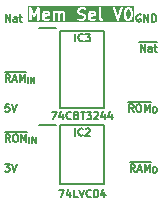
<source format=gto>
%TF.GenerationSoftware,KiCad,Pcbnew,9.0.2*%
%TF.CreationDate,2025-06-17T11:02:49+02:00*%
%TF.ProjectId,HCP65 Native Memory Select,48435036-3520-44e6-9174-697665204d65,V0*%
%TF.SameCoordinates,Original*%
%TF.FileFunction,Legend,Top*%
%TF.FilePolarity,Positive*%
%FSLAX46Y46*%
G04 Gerber Fmt 4.6, Leading zero omitted, Abs format (unit mm)*
G04 Created by KiCad (PCBNEW 9.0.2) date 2025-06-17 11:02:49*
%MOMM*%
%LPD*%
G01*
G04 APERTURE LIST*
%ADD10C,0.150000*%
%ADD11C,0.200000*%
G04 APERTURE END LIST*
D10*
X1568255Y-7270963D02*
X1265874Y-7270963D01*
X1265874Y-7270963D02*
X1235636Y-7573344D01*
X1235636Y-7573344D02*
X1265874Y-7543105D01*
X1265874Y-7543105D02*
X1326350Y-7512867D01*
X1326350Y-7512867D02*
X1477541Y-7512867D01*
X1477541Y-7512867D02*
X1538017Y-7543105D01*
X1538017Y-7543105D02*
X1568255Y-7573344D01*
X1568255Y-7573344D02*
X1598493Y-7633820D01*
X1598493Y-7633820D02*
X1598493Y-7785010D01*
X1598493Y-7785010D02*
X1568255Y-7845486D01*
X1568255Y-7845486D02*
X1538017Y-7875725D01*
X1538017Y-7875725D02*
X1477541Y-7905963D01*
X1477541Y-7905963D02*
X1326350Y-7905963D01*
X1326350Y-7905963D02*
X1265874Y-7875725D01*
X1265874Y-7875725D02*
X1235636Y-7845486D01*
X1779922Y-7270963D02*
X1991588Y-7905963D01*
X1991588Y-7905963D02*
X2203255Y-7270963D01*
X1205398Y-12350963D02*
X1598493Y-12350963D01*
X1598493Y-12350963D02*
X1386826Y-12592867D01*
X1386826Y-12592867D02*
X1477541Y-12592867D01*
X1477541Y-12592867D02*
X1538017Y-12623105D01*
X1538017Y-12623105D02*
X1568255Y-12653344D01*
X1568255Y-12653344D02*
X1598493Y-12713820D01*
X1598493Y-12713820D02*
X1598493Y-12865010D01*
X1598493Y-12865010D02*
X1568255Y-12925486D01*
X1568255Y-12925486D02*
X1538017Y-12955725D01*
X1538017Y-12955725D02*
X1477541Y-12985963D01*
X1477541Y-12985963D02*
X1296112Y-12985963D01*
X1296112Y-12985963D02*
X1235636Y-12955725D01*
X1235636Y-12955725D02*
X1205398Y-12925486D01*
X1779922Y-12350963D02*
X1991588Y-12985963D01*
X1991588Y-12985963D02*
X2203255Y-12350963D01*
X1628731Y-10445963D02*
X1417064Y-10143582D01*
X1265874Y-10445963D02*
X1265874Y-9810963D01*
X1265874Y-9810963D02*
X1507779Y-9810963D01*
X1507779Y-9810963D02*
X1568255Y-9841201D01*
X1568255Y-9841201D02*
X1598493Y-9871439D01*
X1598493Y-9871439D02*
X1628731Y-9931915D01*
X1628731Y-9931915D02*
X1628731Y-10022629D01*
X1628731Y-10022629D02*
X1598493Y-10083105D01*
X1598493Y-10083105D02*
X1568255Y-10113344D01*
X1568255Y-10113344D02*
X1507779Y-10143582D01*
X1507779Y-10143582D02*
X1265874Y-10143582D01*
X2021826Y-9810963D02*
X2142779Y-9810963D01*
X2142779Y-9810963D02*
X2203255Y-9841201D01*
X2203255Y-9841201D02*
X2263731Y-9901677D01*
X2263731Y-9901677D02*
X2293969Y-10022629D01*
X2293969Y-10022629D02*
X2293969Y-10234296D01*
X2293969Y-10234296D02*
X2263731Y-10355248D01*
X2263731Y-10355248D02*
X2203255Y-10415725D01*
X2203255Y-10415725D02*
X2142779Y-10445963D01*
X2142779Y-10445963D02*
X2021826Y-10445963D01*
X2021826Y-10445963D02*
X1961350Y-10415725D01*
X1961350Y-10415725D02*
X1900874Y-10355248D01*
X1900874Y-10355248D02*
X1870636Y-10234296D01*
X1870636Y-10234296D02*
X1870636Y-10022629D01*
X1870636Y-10022629D02*
X1900874Y-9901677D01*
X1900874Y-9901677D02*
X1961350Y-9841201D01*
X1961350Y-9841201D02*
X2021826Y-9810963D01*
X2566112Y-10445963D02*
X2566112Y-9810963D01*
X2566112Y-9810963D02*
X2777779Y-10264534D01*
X2777779Y-10264534D02*
X2989445Y-9810963D01*
X2989445Y-9810963D02*
X2989445Y-10445963D01*
X1178184Y-9634675D02*
X3077136Y-9634675D01*
X3261588Y-10516115D02*
X3261588Y-10008115D01*
X3503493Y-10516115D02*
X3503493Y-10008115D01*
X3503493Y-10008115D02*
X3793779Y-10516115D01*
X3793779Y-10516115D02*
X3793779Y-10008115D01*
X1265874Y-285963D02*
X1265874Y349036D01*
X1265874Y349036D02*
X1628731Y-285963D01*
X1628731Y-285963D02*
X1628731Y349036D01*
X2203255Y-285963D02*
X2203255Y46655D01*
X2203255Y46655D02*
X2173017Y107132D01*
X2173017Y107132D02*
X2112541Y137370D01*
X2112541Y137370D02*
X1991588Y137370D01*
X1991588Y137370D02*
X1931112Y107132D01*
X2203255Y-255725D02*
X2142779Y-285963D01*
X2142779Y-285963D02*
X1991588Y-285963D01*
X1991588Y-285963D02*
X1931112Y-255725D01*
X1931112Y-255725D02*
X1900874Y-195248D01*
X1900874Y-195248D02*
X1900874Y-134772D01*
X1900874Y-134772D02*
X1931112Y-74296D01*
X1931112Y-74296D02*
X1991588Y-44058D01*
X1991588Y-44058D02*
X2142779Y-44058D01*
X2142779Y-44058D02*
X2203255Y-13820D01*
X2414922Y137370D02*
X2656826Y137370D01*
X2505636Y349036D02*
X2505636Y-195248D01*
X2505636Y-195248D02*
X2535874Y-255725D01*
X2535874Y-255725D02*
X2596350Y-285963D01*
X2596350Y-285963D02*
X2656826Y-285963D01*
X12673887Y-2825963D02*
X12673887Y-2190963D01*
X12673887Y-2190963D02*
X13036744Y-2825963D01*
X13036744Y-2825963D02*
X13036744Y-2190963D01*
X13611268Y-2825963D02*
X13611268Y-2493344D01*
X13611268Y-2493344D02*
X13581030Y-2432867D01*
X13581030Y-2432867D02*
X13520554Y-2402629D01*
X13520554Y-2402629D02*
X13399601Y-2402629D01*
X13399601Y-2402629D02*
X13339125Y-2432867D01*
X13611268Y-2795725D02*
X13550792Y-2825963D01*
X13550792Y-2825963D02*
X13399601Y-2825963D01*
X13399601Y-2825963D02*
X13339125Y-2795725D01*
X13339125Y-2795725D02*
X13308887Y-2735248D01*
X13308887Y-2735248D02*
X13308887Y-2674772D01*
X13308887Y-2674772D02*
X13339125Y-2614296D01*
X13339125Y-2614296D02*
X13399601Y-2584058D01*
X13399601Y-2584058D02*
X13550792Y-2584058D01*
X13550792Y-2584058D02*
X13611268Y-2553820D01*
X13822935Y-2402629D02*
X14064839Y-2402629D01*
X13913649Y-2190963D02*
X13913649Y-2735248D01*
X13913649Y-2735248D02*
X13943887Y-2795725D01*
X13943887Y-2795725D02*
X14004363Y-2825963D01*
X14004363Y-2825963D02*
X14064839Y-2825963D01*
X12586197Y-2014675D02*
X14061816Y-2014675D01*
X12202173Y-12985963D02*
X11990506Y-12683582D01*
X11839316Y-12985963D02*
X11839316Y-12350963D01*
X11839316Y-12350963D02*
X12081221Y-12350963D01*
X12081221Y-12350963D02*
X12141697Y-12381201D01*
X12141697Y-12381201D02*
X12171935Y-12411439D01*
X12171935Y-12411439D02*
X12202173Y-12471915D01*
X12202173Y-12471915D02*
X12202173Y-12562629D01*
X12202173Y-12562629D02*
X12171935Y-12623105D01*
X12171935Y-12623105D02*
X12141697Y-12653344D01*
X12141697Y-12653344D02*
X12081221Y-12683582D01*
X12081221Y-12683582D02*
X11839316Y-12683582D01*
X12444078Y-12804534D02*
X12746459Y-12804534D01*
X12383602Y-12985963D02*
X12595268Y-12350963D01*
X12595268Y-12350963D02*
X12806935Y-12985963D01*
X13018602Y-12985963D02*
X13018602Y-12350963D01*
X13018602Y-12350963D02*
X13230269Y-12804534D01*
X13230269Y-12804534D02*
X13441935Y-12350963D01*
X13441935Y-12350963D02*
X13441935Y-12985963D01*
X11751626Y-12174675D02*
X13529626Y-12174675D01*
X13810840Y-12548115D02*
X13907602Y-12548115D01*
X13907602Y-12548115D02*
X13955983Y-12572305D01*
X13955983Y-12572305D02*
X14004364Y-12620686D01*
X14004364Y-12620686D02*
X14028554Y-12717448D01*
X14028554Y-12717448D02*
X14028554Y-12886782D01*
X14028554Y-12886782D02*
X14004364Y-12983544D01*
X14004364Y-12983544D02*
X13955983Y-13031925D01*
X13955983Y-13031925D02*
X13907602Y-13056115D01*
X13907602Y-13056115D02*
X13810840Y-13056115D01*
X13810840Y-13056115D02*
X13762459Y-13031925D01*
X13762459Y-13031925D02*
X13714078Y-12983544D01*
X13714078Y-12983544D02*
X13689887Y-12886782D01*
X13689887Y-12886782D02*
X13689887Y-12717448D01*
X13689887Y-12717448D02*
X13714078Y-12620686D01*
X13714078Y-12620686D02*
X13762459Y-12572305D01*
X13762459Y-12572305D02*
X13810840Y-12548115D01*
D11*
G36*
X4807368Y423291D02*
G01*
X4824818Y388391D01*
X4553333Y334094D01*
X4553333Y378982D01*
X4575488Y423292D01*
X4619797Y445447D01*
X4763059Y445447D01*
X4807368Y423291D01*
G37*
G36*
X8712130Y423291D02*
G01*
X8729580Y388391D01*
X8458095Y334094D01*
X8458095Y378982D01*
X8480250Y423292D01*
X8524559Y445447D01*
X8667821Y445447D01*
X8712130Y423291D01*
G37*
G36*
X11727431Y748974D02*
G01*
X11752100Y724306D01*
X11787553Y653399D01*
X11829524Y485518D01*
X11829524Y272042D01*
X11787553Y104161D01*
X11752099Y33255D01*
X11727431Y8586D01*
X11667822Y-21219D01*
X11619798Y-21219D01*
X11560188Y8585D01*
X11535519Y33255D01*
X11500066Y104162D01*
X11458096Y272043D01*
X11458096Y485518D01*
X11500066Y653399D01*
X11535520Y724306D01*
X11560188Y748975D01*
X11619798Y778780D01*
X11667822Y778780D01*
X11727431Y748974D01*
G37*
G36*
X12140635Y-332330D02*
G01*
X3146984Y-332330D01*
X3146984Y878780D01*
X3258095Y878780D01*
X3258095Y-121219D01*
X3260016Y-140728D01*
X3274948Y-176776D01*
X3302538Y-204366D01*
X3338586Y-219298D01*
X3377604Y-219298D01*
X3413652Y-204366D01*
X3441242Y-176776D01*
X3456174Y-140728D01*
X3458095Y-121219D01*
X3458095Y428023D01*
X3600810Y122206D01*
X3605042Y115060D01*
X3605922Y112643D01*
X3607487Y110933D01*
X3610801Y105340D01*
X3622011Y95073D01*
X3632273Y83868D01*
X3636298Y81989D01*
X3639576Y78988D01*
X3653858Y73794D01*
X3667631Y67367D01*
X3672070Y67171D01*
X3676245Y65654D01*
X3691428Y66321D01*
X3706611Y65654D01*
X3710784Y67171D01*
X3715226Y67367D01*
X3729010Y73799D01*
X3743280Y78989D01*
X3746553Y81986D01*
X3750583Y83867D01*
X3760852Y95081D01*
X3772055Y105340D01*
X3775366Y110930D01*
X3776935Y112643D01*
X3777815Y115064D01*
X3782046Y122206D01*
X3924761Y428024D01*
X3924761Y-121219D01*
X3926682Y-140728D01*
X3941614Y-176776D01*
X3969204Y-204366D01*
X4005252Y-219298D01*
X4044270Y-219298D01*
X4080318Y-204366D01*
X4107908Y-176776D01*
X4122840Y-140728D01*
X4124761Y-121219D01*
X4124761Y402590D01*
X4353333Y402590D01*
X4353333Y21638D01*
X4355254Y2129D01*
X4356629Y-1191D01*
X4356884Y-4775D01*
X4363890Y-23083D01*
X4411509Y-118321D01*
X4413562Y-121584D01*
X4414076Y-123123D01*
X4415738Y-125039D01*
X4421952Y-134911D01*
X4431422Y-143124D01*
X4439640Y-152600D01*
X4449513Y-158814D01*
X4451429Y-160476D01*
X4452967Y-160988D01*
X4456231Y-163043D01*
X4551468Y-210662D01*
X4569777Y-217668D01*
X4573360Y-217922D01*
X4576681Y-219298D01*
X4596190Y-221219D01*
X4786666Y-221219D01*
X4806175Y-219298D01*
X4809495Y-217922D01*
X4813079Y-217668D01*
X4831387Y-210662D01*
X4926625Y-163043D01*
X4943215Y-152600D01*
X4968780Y-123123D01*
X4981118Y-86107D01*
X4978353Y-47187D01*
X4960904Y-12289D01*
X4931427Y13276D01*
X4894411Y25615D01*
X4855491Y22849D01*
X4837182Y15843D01*
X4763059Y-21219D01*
X4619797Y-21219D01*
X4575488Y935D01*
X4553333Y45245D01*
X4553333Y130133D01*
X4949029Y209273D01*
X4949032Y209273D01*
X4949034Y209274D01*
X4949134Y209294D01*
X4967888Y215004D01*
X4976028Y220455D01*
X4985080Y224205D01*
X4992081Y231206D01*
X5000307Y236715D01*
X5005741Y244866D01*
X5012670Y251795D01*
X5016459Y260942D01*
X5021951Y269180D01*
X5023852Y278790D01*
X5027602Y287843D01*
X5029523Y307352D01*
X5029523Y402590D01*
X5027602Y422099D01*
X5026226Y425419D01*
X5025972Y429003D01*
X5018966Y447312D01*
X4971347Y542549D01*
X4969522Y545447D01*
X5258095Y545447D01*
X5258095Y-121219D01*
X5260016Y-140728D01*
X5274948Y-176776D01*
X5302538Y-204366D01*
X5338586Y-219298D01*
X5377604Y-219298D01*
X5413652Y-204366D01*
X5441242Y-176776D01*
X5456174Y-140728D01*
X5458095Y-121219D01*
X5458095Y408787D01*
X5464949Y415642D01*
X5524559Y445447D01*
X5620202Y445447D01*
X5664511Y423291D01*
X5686666Y378983D01*
X5686666Y-121219D01*
X5688587Y-140728D01*
X5703519Y-176776D01*
X5731109Y-204366D01*
X5767157Y-219298D01*
X5806175Y-219298D01*
X5842223Y-204366D01*
X5869813Y-176776D01*
X5884745Y-140728D01*
X5886666Y-121219D01*
X5886666Y378982D01*
X5908821Y423292D01*
X5953130Y445447D01*
X6048773Y445447D01*
X6093083Y423292D01*
X6115238Y378983D01*
X6115238Y-121219D01*
X6117159Y-140728D01*
X6132091Y-176776D01*
X6159681Y-204366D01*
X6195729Y-219298D01*
X6234747Y-219298D01*
X6270795Y-204366D01*
X6298385Y-176776D01*
X6313317Y-140728D01*
X6315238Y-121219D01*
X6315238Y402590D01*
X6313317Y422099D01*
X6311941Y425419D01*
X6311687Y429003D01*
X6304681Y447312D01*
X6257062Y542549D01*
X6255008Y545811D01*
X6254495Y547352D01*
X6252831Y549269D01*
X6246619Y559140D01*
X6237144Y567356D01*
X6228930Y576828D01*
X6219058Y583041D01*
X6217142Y584704D01*
X6215603Y585217D01*
X6212340Y587271D01*
X6117101Y634890D01*
X6098792Y641896D01*
X6095209Y642150D01*
X6091889Y643526D01*
X6072380Y645447D01*
X5929523Y645447D01*
X5910014Y643526D01*
X5906693Y642150D01*
X5903110Y641896D01*
X5884801Y634890D01*
X5789564Y587271D01*
X5786665Y585446D01*
X5783768Y587271D01*
X5688530Y634890D01*
X5670222Y641896D01*
X5666638Y642150D01*
X5663318Y643526D01*
X5643809Y645447D01*
X5500952Y645447D01*
X5481443Y643526D01*
X5478122Y642150D01*
X5474539Y641896D01*
X5456230Y634890D01*
X5423647Y618598D01*
X5413652Y628594D01*
X5377604Y643526D01*
X5338586Y643526D01*
X5302538Y628594D01*
X5274948Y601004D01*
X5260016Y564956D01*
X5258095Y545447D01*
X4969522Y545447D01*
X4969292Y545812D01*
X4968780Y547351D01*
X4967118Y549266D01*
X4960904Y559140D01*
X4951428Y567357D01*
X4943215Y576828D01*
X4933343Y583041D01*
X4931427Y584704D01*
X4929888Y585217D01*
X4926625Y587271D01*
X4831387Y634890D01*
X4813079Y641896D01*
X4809495Y642150D01*
X4806175Y643526D01*
X4786666Y645447D01*
X4596190Y645447D01*
X4576681Y643526D01*
X4573360Y642150D01*
X4569777Y641896D01*
X4551468Y634890D01*
X4456231Y587271D01*
X4452967Y585216D01*
X4451429Y584704D01*
X4449513Y583042D01*
X4439640Y576828D01*
X4431422Y567352D01*
X4421952Y559139D01*
X4415738Y549267D01*
X4414076Y547351D01*
X4413562Y545812D01*
X4411509Y542549D01*
X4363890Y447311D01*
X4356884Y429003D01*
X4356629Y425419D01*
X4355254Y422099D01*
X4353333Y402590D01*
X4124761Y402590D01*
X4124761Y688304D01*
X7305714Y688304D01*
X7305714Y593066D01*
X7307635Y573557D01*
X7309010Y570236D01*
X7309265Y566653D01*
X7316271Y548345D01*
X7363890Y453107D01*
X7369175Y444710D01*
X7370186Y442271D01*
X7372439Y439524D01*
X7374333Y436517D01*
X7376327Y434787D01*
X7382622Y427117D01*
X7430241Y379499D01*
X7437907Y373206D01*
X7439640Y371209D01*
X7442648Y369315D01*
X7445394Y367062D01*
X7447834Y366051D01*
X7456231Y360766D01*
X7551468Y313147D01*
X7552896Y312600D01*
X7553476Y312171D01*
X7561652Y309249D01*
X7569777Y306141D01*
X7570497Y306089D01*
X7571936Y305576D01*
X7751761Y260619D01*
X7822668Y225165D01*
X7847337Y200497D01*
X7877142Y140888D01*
X7877142Y92864D01*
X7847336Y33255D01*
X7822668Y8586D01*
X7763059Y-21219D01*
X7564797Y-21219D01*
X7437337Y21268D01*
X7418221Y25615D01*
X7379301Y22849D01*
X7344402Y5399D01*
X7318837Y-24077D01*
X7306499Y-61093D01*
X7309265Y-100013D01*
X7326715Y-134912D01*
X7356191Y-160477D01*
X7374091Y-168468D01*
X7516948Y-216087D01*
X7526620Y-218286D01*
X7529062Y-219298D01*
X7532599Y-219646D01*
X7536063Y-220434D01*
X7538697Y-220246D01*
X7548571Y-221219D01*
X7786666Y-221219D01*
X7806175Y-219298D01*
X7809495Y-217922D01*
X7813079Y-217668D01*
X7831387Y-210662D01*
X7926625Y-163043D01*
X7935020Y-157758D01*
X7937462Y-156747D01*
X7940209Y-154491D01*
X7943215Y-152600D01*
X7944945Y-150605D01*
X7952615Y-144310D01*
X8000234Y-96690D01*
X8006526Y-89023D01*
X8008523Y-87292D01*
X8010416Y-84283D01*
X8012671Y-81537D01*
X8013681Y-79096D01*
X8018966Y-70702D01*
X8066584Y24535D01*
X8073591Y42843D01*
X8073845Y46428D01*
X8075221Y49748D01*
X8077142Y69257D01*
X8077142Y164495D01*
X8075221Y184004D01*
X8073845Y187324D01*
X8073591Y190908D01*
X8066585Y209217D01*
X8018966Y304454D01*
X8013680Y312850D01*
X8012670Y315291D01*
X8010416Y318036D01*
X8008523Y321045D01*
X8006525Y322777D01*
X8000233Y330444D01*
X7952615Y378063D01*
X7944944Y384357D01*
X7943215Y386352D01*
X7940207Y388245D01*
X7937461Y390499D01*
X7935021Y391509D01*
X7926625Y396795D01*
X7915035Y402590D01*
X8258095Y402590D01*
X8258095Y21638D01*
X8260016Y2129D01*
X8261391Y-1191D01*
X8261646Y-4775D01*
X8268652Y-23083D01*
X8316271Y-118321D01*
X8318324Y-121584D01*
X8318838Y-123123D01*
X8320500Y-125039D01*
X8326714Y-134911D01*
X8336184Y-143124D01*
X8344402Y-152600D01*
X8354275Y-158814D01*
X8356191Y-160476D01*
X8357729Y-160988D01*
X8360993Y-163043D01*
X8456230Y-210662D01*
X8474539Y-217668D01*
X8478122Y-217922D01*
X8481443Y-219298D01*
X8500952Y-221219D01*
X8691428Y-221219D01*
X8710937Y-219298D01*
X8714257Y-217922D01*
X8717841Y-217668D01*
X8736149Y-210662D01*
X8831387Y-163043D01*
X8847977Y-152600D01*
X8873542Y-123123D01*
X8885880Y-86107D01*
X8883115Y-47187D01*
X8865666Y-12289D01*
X8836189Y13276D01*
X8799173Y25615D01*
X8760253Y22849D01*
X8741944Y15843D01*
X8667821Y-21219D01*
X8524559Y-21219D01*
X8480250Y935D01*
X8458095Y45245D01*
X8458095Y130133D01*
X8853791Y209273D01*
X8853794Y209273D01*
X8853796Y209274D01*
X8853896Y209294D01*
X8872650Y215004D01*
X8880790Y220455D01*
X8889842Y224205D01*
X8896843Y231206D01*
X8905069Y236715D01*
X8910503Y244866D01*
X8917432Y251795D01*
X8921221Y260942D01*
X8926713Y269180D01*
X8928614Y278790D01*
X8932364Y287843D01*
X8934285Y307352D01*
X8934285Y402590D01*
X8932364Y422099D01*
X8930988Y425419D01*
X8930734Y429003D01*
X8923728Y447312D01*
X8876109Y542549D01*
X8874054Y545812D01*
X8873542Y547351D01*
X8871880Y549266D01*
X8865666Y559140D01*
X8856190Y567357D01*
X8847977Y576828D01*
X8838105Y583041D01*
X8836189Y584704D01*
X8834650Y585217D01*
X8831387Y587271D01*
X8736149Y634890D01*
X8717841Y641896D01*
X8714257Y642150D01*
X8710937Y643526D01*
X8691428Y645447D01*
X8500952Y645447D01*
X8481443Y643526D01*
X8478122Y642150D01*
X8474539Y641896D01*
X8456230Y634890D01*
X8360993Y587271D01*
X8357729Y585216D01*
X8356191Y584704D01*
X8354275Y583042D01*
X8344402Y576828D01*
X8336184Y567352D01*
X8326714Y559139D01*
X8320500Y549267D01*
X8318838Y547351D01*
X8318324Y545812D01*
X8316271Y542549D01*
X8268652Y447311D01*
X8261646Y429003D01*
X8261391Y425419D01*
X8260016Y422099D01*
X8258095Y402590D01*
X7915035Y402590D01*
X7831387Y444414D01*
X7829960Y444959D01*
X7829380Y445390D01*
X7821203Y448311D01*
X7813079Y451420D01*
X7812356Y451471D01*
X7810919Y451985D01*
X7631094Y496941D01*
X7560187Y532394D01*
X7535519Y557063D01*
X7505714Y616673D01*
X7505714Y664696D01*
X7535519Y724306D01*
X7560187Y748975D01*
X7619797Y778780D01*
X7818058Y778780D01*
X7945519Y736293D01*
X7964634Y731946D01*
X8003554Y734712D01*
X8038453Y752162D01*
X8064018Y781638D01*
X8076357Y818654D01*
X8073590Y857574D01*
X8062987Y878780D01*
X9162857Y878780D01*
X9162857Y21638D01*
X9164778Y2129D01*
X9166153Y-1191D01*
X9166408Y-4775D01*
X9173414Y-23083D01*
X9221033Y-118321D01*
X9223086Y-121584D01*
X9223600Y-123123D01*
X9225262Y-125039D01*
X9231476Y-134911D01*
X9240946Y-143124D01*
X9249164Y-152600D01*
X9259037Y-158814D01*
X9260953Y-160476D01*
X9262491Y-160988D01*
X9265755Y-163043D01*
X9360992Y-210662D01*
X9379301Y-217668D01*
X9418221Y-220434D01*
X9455237Y-208095D01*
X9484714Y-182530D01*
X9502163Y-147632D01*
X9504928Y-108712D01*
X9492590Y-71696D01*
X9467025Y-42219D01*
X9450435Y-31776D01*
X9385012Y935D01*
X9362857Y45245D01*
X9362857Y866273D01*
X10306500Y866273D01*
X10310847Y847157D01*
X10644180Y-152841D01*
X10652171Y-170742D01*
X10656854Y-176141D01*
X10660049Y-182531D01*
X10669520Y-190746D01*
X10677736Y-200218D01*
X10684124Y-203412D01*
X10689525Y-208096D01*
X10701426Y-212063D01*
X10712635Y-217667D01*
X10719759Y-218173D01*
X10726541Y-220434D01*
X10739050Y-219544D01*
X10751555Y-220434D01*
X10758333Y-218174D01*
X10765461Y-217668D01*
X10776677Y-212059D01*
X10788571Y-208095D01*
X10793968Y-203414D01*
X10800360Y-200218D01*
X10808578Y-190742D01*
X10818047Y-182530D01*
X10821240Y-176143D01*
X10825925Y-170742D01*
X10833916Y-152842D01*
X11050806Y497828D01*
X11258096Y497828D01*
X11258096Y259733D01*
X11258431Y256330D01*
X11258214Y254872D01*
X11259293Y247574D01*
X11260017Y240224D01*
X11260581Y238860D01*
X11261082Y235479D01*
X11308701Y45004D01*
X11309214Y43566D01*
X11309266Y42844D01*
X11312377Y34713D01*
X11315296Y26543D01*
X11315725Y25963D01*
X11316272Y24535D01*
X11363891Y-70701D01*
X11369174Y-79095D01*
X11370186Y-81537D01*
X11372440Y-84284D01*
X11374334Y-87292D01*
X11376330Y-89023D01*
X11382623Y-96690D01*
X11430241Y-144310D01*
X11437909Y-150603D01*
X11439641Y-152600D01*
X11442649Y-154493D01*
X11445395Y-156747D01*
X11447835Y-157757D01*
X11456232Y-163043D01*
X11551469Y-210662D01*
X11569778Y-217668D01*
X11573361Y-217922D01*
X11576682Y-219298D01*
X11596191Y-221219D01*
X11691429Y-221219D01*
X11710938Y-219298D01*
X11714258Y-217922D01*
X11717842Y-217668D01*
X11736150Y-210662D01*
X11831388Y-163043D01*
X11839783Y-157758D01*
X11842225Y-156747D01*
X11844972Y-154491D01*
X11847978Y-152600D01*
X11849708Y-150605D01*
X11857378Y-144310D01*
X11904997Y-96690D01*
X11911289Y-89023D01*
X11913286Y-87292D01*
X11915179Y-84283D01*
X11917434Y-81537D01*
X11918444Y-79096D01*
X11923729Y-70702D01*
X11971347Y24535D01*
X11971892Y25961D01*
X11972324Y26543D01*
X11975248Y34728D01*
X11978354Y42843D01*
X11978405Y43565D01*
X11978919Y45003D01*
X12026538Y235479D01*
X12027038Y238860D01*
X12027603Y240224D01*
X12028326Y247574D01*
X12029406Y254872D01*
X12029188Y256330D01*
X12029524Y259733D01*
X12029524Y497828D01*
X12029188Y501230D01*
X12029406Y502689D01*
X12028326Y509986D01*
X12027603Y517337D01*
X12027038Y518700D01*
X12026538Y522082D01*
X11978919Y712558D01*
X11978405Y713996D01*
X11978354Y714717D01*
X11975245Y722841D01*
X11972324Y731018D01*
X11971894Y731597D01*
X11971348Y733026D01*
X11923729Y828263D01*
X11918443Y836659D01*
X11917433Y839100D01*
X11915179Y841845D01*
X11913286Y844854D01*
X11911288Y846586D01*
X11904996Y854253D01*
X11857378Y901872D01*
X11849707Y908166D01*
X11847978Y910161D01*
X11844970Y912054D01*
X11842224Y914308D01*
X11839784Y915318D01*
X11831388Y920604D01*
X11736150Y968223D01*
X11717842Y975229D01*
X11714258Y975483D01*
X11710938Y976859D01*
X11691429Y978780D01*
X11596191Y978780D01*
X11576682Y976859D01*
X11573361Y975483D01*
X11569778Y975229D01*
X11551469Y968223D01*
X11456232Y920604D01*
X11447835Y915318D01*
X11445395Y914308D01*
X11442649Y912054D01*
X11439641Y910161D01*
X11437908Y908163D01*
X11430242Y901871D01*
X11382623Y854253D01*
X11376328Y846582D01*
X11374334Y844853D01*
X11372440Y841845D01*
X11370187Y839099D01*
X11369176Y836659D01*
X11363891Y828263D01*
X11316272Y733025D01*
X11315726Y731598D01*
X11315296Y731018D01*
X11312374Y722841D01*
X11309266Y714717D01*
X11309214Y713994D01*
X11308701Y712557D01*
X11261082Y522082D01*
X11260581Y518700D01*
X11260017Y517337D01*
X11259293Y509986D01*
X11258214Y502689D01*
X11258431Y501230D01*
X11258096Y497828D01*
X11050806Y497828D01*
X11167249Y847157D01*
X11171596Y866272D01*
X11168830Y905192D01*
X11151380Y940091D01*
X11121904Y965656D01*
X11084888Y977995D01*
X11045968Y975228D01*
X11011069Y957779D01*
X10985504Y928303D01*
X10977513Y910402D01*
X10739048Y195007D01*
X10500583Y910403D01*
X10492592Y928303D01*
X10467027Y957779D01*
X10432128Y975229D01*
X10393208Y977995D01*
X10356192Y965657D01*
X10326716Y940092D01*
X10309266Y905193D01*
X10306500Y866273D01*
X9362857Y866273D01*
X9362857Y878780D01*
X9360936Y898289D01*
X9346004Y934337D01*
X9318414Y961927D01*
X9282366Y976859D01*
X9243348Y976859D01*
X9207300Y961927D01*
X9179710Y934337D01*
X9164778Y898289D01*
X9162857Y878780D01*
X8062987Y878780D01*
X8056141Y892473D01*
X8026665Y918038D01*
X8008764Y926029D01*
X7865908Y973648D01*
X7856236Y975847D01*
X7853794Y976859D01*
X7850255Y977207D01*
X7846792Y977995D01*
X7844158Y977807D01*
X7834285Y978780D01*
X7596190Y978780D01*
X7576681Y976859D01*
X7573360Y975483D01*
X7569777Y975229D01*
X7551468Y968223D01*
X7456231Y920604D01*
X7447834Y915318D01*
X7445394Y914308D01*
X7442648Y912054D01*
X7439640Y910161D01*
X7437907Y908163D01*
X7430241Y901871D01*
X7382622Y854253D01*
X7376327Y846582D01*
X7374333Y844853D01*
X7372439Y841845D01*
X7370186Y839099D01*
X7369175Y836659D01*
X7363890Y828263D01*
X7316271Y733025D01*
X7309265Y714717D01*
X7309010Y711133D01*
X7307635Y707813D01*
X7305714Y688304D01*
X4124761Y688304D01*
X4124761Y878780D01*
X4123498Y891603D01*
X4123602Y893963D01*
X4123141Y895230D01*
X4122840Y898289D01*
X4116199Y914319D01*
X4110268Y930632D01*
X4108761Y932277D01*
X4107908Y934337D01*
X4095646Y946598D01*
X4083916Y959408D01*
X4081892Y960352D01*
X4080318Y961927D01*
X4064302Y968561D01*
X4048559Y975908D01*
X4046329Y976005D01*
X4044270Y976859D01*
X4026918Y976859D01*
X4009578Y977621D01*
X4007482Y976859D01*
X4005252Y976859D01*
X3989221Y970218D01*
X3972909Y964287D01*
X3971263Y962780D01*
X3969204Y961927D01*
X3956936Y949659D01*
X3944134Y937935D01*
X3942567Y935290D01*
X3941614Y934337D01*
X3940710Y932155D01*
X3934143Y921069D01*
X3691427Y400965D01*
X3448713Y921069D01*
X3442145Y932155D01*
X3441242Y934337D01*
X3440288Y935290D01*
X3438722Y937935D01*
X3425925Y949653D01*
X3413652Y961927D01*
X3411590Y962780D01*
X3409947Y964286D01*
X3393645Y970214D01*
X3377604Y976859D01*
X3375373Y976859D01*
X3373278Y977621D01*
X3355938Y976859D01*
X3338586Y976859D01*
X3336526Y976005D01*
X3334298Y975908D01*
X3318567Y968566D01*
X3302538Y961927D01*
X3300961Y960350D01*
X3298940Y959407D01*
X3287221Y946610D01*
X3274948Y934337D01*
X3274094Y932275D01*
X3272589Y930632D01*
X3266660Y914330D01*
X3260016Y898289D01*
X3259714Y895230D01*
X3259254Y893963D01*
X3259357Y891603D01*
X3258095Y878780D01*
X3146984Y878780D01*
X3146984Y1089891D01*
X12140635Y1089891D01*
X12140635Y-332330D01*
G37*
D10*
X1628731Y-5365963D02*
X1417064Y-5063582D01*
X1265874Y-5365963D02*
X1265874Y-4730963D01*
X1265874Y-4730963D02*
X1507779Y-4730963D01*
X1507779Y-4730963D02*
X1568255Y-4761201D01*
X1568255Y-4761201D02*
X1598493Y-4791439D01*
X1598493Y-4791439D02*
X1628731Y-4851915D01*
X1628731Y-4851915D02*
X1628731Y-4942629D01*
X1628731Y-4942629D02*
X1598493Y-5003105D01*
X1598493Y-5003105D02*
X1568255Y-5033344D01*
X1568255Y-5033344D02*
X1507779Y-5063582D01*
X1507779Y-5063582D02*
X1265874Y-5063582D01*
X1870636Y-5184534D02*
X2173017Y-5184534D01*
X1810160Y-5365963D02*
X2021826Y-4730963D01*
X2021826Y-4730963D02*
X2233493Y-5365963D01*
X2445160Y-5365963D02*
X2445160Y-4730963D01*
X2445160Y-4730963D02*
X2656827Y-5184534D01*
X2656827Y-5184534D02*
X2868493Y-4730963D01*
X2868493Y-4730963D02*
X2868493Y-5365963D01*
X1178184Y-4554675D02*
X2956184Y-4554675D01*
X3140636Y-5436115D02*
X3140636Y-4928115D01*
X3382541Y-5436115D02*
X3382541Y-4928115D01*
X3382541Y-4928115D02*
X3672827Y-5436115D01*
X3672827Y-5436115D02*
X3672827Y-4928115D01*
X12081221Y-7905963D02*
X11869554Y-7603582D01*
X11718364Y-7905963D02*
X11718364Y-7270963D01*
X11718364Y-7270963D02*
X11960269Y-7270963D01*
X11960269Y-7270963D02*
X12020745Y-7301201D01*
X12020745Y-7301201D02*
X12050983Y-7331439D01*
X12050983Y-7331439D02*
X12081221Y-7391915D01*
X12081221Y-7391915D02*
X12081221Y-7482629D01*
X12081221Y-7482629D02*
X12050983Y-7543105D01*
X12050983Y-7543105D02*
X12020745Y-7573344D01*
X12020745Y-7573344D02*
X11960269Y-7603582D01*
X11960269Y-7603582D02*
X11718364Y-7603582D01*
X12474316Y-7270963D02*
X12595269Y-7270963D01*
X12595269Y-7270963D02*
X12655745Y-7301201D01*
X12655745Y-7301201D02*
X12716221Y-7361677D01*
X12716221Y-7361677D02*
X12746459Y-7482629D01*
X12746459Y-7482629D02*
X12746459Y-7694296D01*
X12746459Y-7694296D02*
X12716221Y-7815248D01*
X12716221Y-7815248D02*
X12655745Y-7875725D01*
X12655745Y-7875725D02*
X12595269Y-7905963D01*
X12595269Y-7905963D02*
X12474316Y-7905963D01*
X12474316Y-7905963D02*
X12413840Y-7875725D01*
X12413840Y-7875725D02*
X12353364Y-7815248D01*
X12353364Y-7815248D02*
X12323126Y-7694296D01*
X12323126Y-7694296D02*
X12323126Y-7482629D01*
X12323126Y-7482629D02*
X12353364Y-7361677D01*
X12353364Y-7361677D02*
X12413840Y-7301201D01*
X12413840Y-7301201D02*
X12474316Y-7270963D01*
X13018602Y-7905963D02*
X13018602Y-7270963D01*
X13018602Y-7270963D02*
X13230269Y-7724534D01*
X13230269Y-7724534D02*
X13441935Y-7270963D01*
X13441935Y-7270963D02*
X13441935Y-7905963D01*
X11630674Y-7094675D02*
X13529626Y-7094675D01*
X13810840Y-7468115D02*
X13907602Y-7468115D01*
X13907602Y-7468115D02*
X13955983Y-7492305D01*
X13955983Y-7492305D02*
X14004364Y-7540686D01*
X14004364Y-7540686D02*
X14028554Y-7637448D01*
X14028554Y-7637448D02*
X14028554Y-7806782D01*
X14028554Y-7806782D02*
X14004364Y-7903544D01*
X14004364Y-7903544D02*
X13955983Y-7951925D01*
X13955983Y-7951925D02*
X13907602Y-7976115D01*
X13907602Y-7976115D02*
X13810840Y-7976115D01*
X13810840Y-7976115D02*
X13762459Y-7951925D01*
X13762459Y-7951925D02*
X13714078Y-7903544D01*
X13714078Y-7903544D02*
X13689887Y-7806782D01*
X13689887Y-7806782D02*
X13689887Y-7637448D01*
X13689887Y-7637448D02*
X13714078Y-7540686D01*
X13714078Y-7540686D02*
X13762459Y-7492305D01*
X13762459Y-7492305D02*
X13810840Y-7468115D01*
X12673887Y318798D02*
X12613411Y349036D01*
X12613411Y349036D02*
X12522697Y349036D01*
X12522697Y349036D02*
X12431982Y318798D01*
X12431982Y318798D02*
X12371506Y258322D01*
X12371506Y258322D02*
X12341268Y197846D01*
X12341268Y197846D02*
X12311030Y76894D01*
X12311030Y76894D02*
X12311030Y-13820D01*
X12311030Y-13820D02*
X12341268Y-134772D01*
X12341268Y-134772D02*
X12371506Y-195248D01*
X12371506Y-195248D02*
X12431982Y-255725D01*
X12431982Y-255725D02*
X12522697Y-285963D01*
X12522697Y-285963D02*
X12583173Y-285963D01*
X12583173Y-285963D02*
X12673887Y-255725D01*
X12673887Y-255725D02*
X12704125Y-225486D01*
X12704125Y-225486D02*
X12704125Y-13820D01*
X12704125Y-13820D02*
X12583173Y-13820D01*
X12976268Y-285963D02*
X12976268Y349036D01*
X12976268Y349036D02*
X13339125Y-285963D01*
X13339125Y-285963D02*
X13339125Y349036D01*
X13641506Y-285963D02*
X13641506Y349036D01*
X13641506Y349036D02*
X13792696Y349036D01*
X13792696Y349036D02*
X13883411Y318798D01*
X13883411Y318798D02*
X13943887Y258322D01*
X13943887Y258322D02*
X13974125Y197846D01*
X13974125Y197846D02*
X14004363Y76894D01*
X14004363Y76894D02*
X14004363Y-13820D01*
X14004363Y-13820D02*
X13974125Y-134772D01*
X13974125Y-134772D02*
X13943887Y-195248D01*
X13943887Y-195248D02*
X13883411Y-255725D01*
X13883411Y-255725D02*
X13792696Y-285963D01*
X13792696Y-285963D02*
X13641506Y-285963D01*
X7127119Y-9937963D02*
X7127119Y-9302963D01*
X7792357Y-9877486D02*
X7762119Y-9907725D01*
X7762119Y-9907725D02*
X7671405Y-9937963D01*
X7671405Y-9937963D02*
X7610929Y-9937963D01*
X7610929Y-9937963D02*
X7520214Y-9907725D01*
X7520214Y-9907725D02*
X7459738Y-9847248D01*
X7459738Y-9847248D02*
X7429500Y-9786772D01*
X7429500Y-9786772D02*
X7399262Y-9665820D01*
X7399262Y-9665820D02*
X7399262Y-9575105D01*
X7399262Y-9575105D02*
X7429500Y-9454153D01*
X7429500Y-9454153D02*
X7459738Y-9393677D01*
X7459738Y-9393677D02*
X7520214Y-9333201D01*
X7520214Y-9333201D02*
X7610929Y-9302963D01*
X7610929Y-9302963D02*
X7671405Y-9302963D01*
X7671405Y-9302963D02*
X7762119Y-9333201D01*
X7762119Y-9333201D02*
X7792357Y-9363439D01*
X8034262Y-9363439D02*
X8064500Y-9333201D01*
X8064500Y-9333201D02*
X8124976Y-9302963D01*
X8124976Y-9302963D02*
X8276167Y-9302963D01*
X8276167Y-9302963D02*
X8336643Y-9333201D01*
X8336643Y-9333201D02*
X8366881Y-9363439D01*
X8366881Y-9363439D02*
X8397119Y-9423915D01*
X8397119Y-9423915D02*
X8397119Y-9484391D01*
X8397119Y-9484391D02*
X8366881Y-9575105D01*
X8366881Y-9575105D02*
X8004024Y-9937963D01*
X8004024Y-9937963D02*
X8397119Y-9937963D01*
X5781523Y-14509963D02*
X6204856Y-14509963D01*
X6204856Y-14509963D02*
X5932713Y-15144963D01*
X6718904Y-14721629D02*
X6718904Y-15144963D01*
X6567713Y-14479725D02*
X6416523Y-14933296D01*
X6416523Y-14933296D02*
X6809618Y-14933296D01*
X7353904Y-15144963D02*
X7051523Y-15144963D01*
X7051523Y-15144963D02*
X7051523Y-14509963D01*
X7474857Y-14509963D02*
X7686523Y-15144963D01*
X7686523Y-15144963D02*
X7898190Y-14509963D01*
X8472714Y-15084486D02*
X8442476Y-15114725D01*
X8442476Y-15114725D02*
X8351762Y-15144963D01*
X8351762Y-15144963D02*
X8291286Y-15144963D01*
X8291286Y-15144963D02*
X8200571Y-15114725D01*
X8200571Y-15114725D02*
X8140095Y-15054248D01*
X8140095Y-15054248D02*
X8109857Y-14993772D01*
X8109857Y-14993772D02*
X8079619Y-14872820D01*
X8079619Y-14872820D02*
X8079619Y-14782105D01*
X8079619Y-14782105D02*
X8109857Y-14661153D01*
X8109857Y-14661153D02*
X8140095Y-14600677D01*
X8140095Y-14600677D02*
X8200571Y-14540201D01*
X8200571Y-14540201D02*
X8291286Y-14509963D01*
X8291286Y-14509963D02*
X8351762Y-14509963D01*
X8351762Y-14509963D02*
X8442476Y-14540201D01*
X8442476Y-14540201D02*
X8472714Y-14570439D01*
X8865809Y-14509963D02*
X8926286Y-14509963D01*
X8926286Y-14509963D02*
X8986762Y-14540201D01*
X8986762Y-14540201D02*
X9017000Y-14570439D01*
X9017000Y-14570439D02*
X9047238Y-14630915D01*
X9047238Y-14630915D02*
X9077476Y-14751867D01*
X9077476Y-14751867D02*
X9077476Y-14903058D01*
X9077476Y-14903058D02*
X9047238Y-15024010D01*
X9047238Y-15024010D02*
X9017000Y-15084486D01*
X9017000Y-15084486D02*
X8986762Y-15114725D01*
X8986762Y-15114725D02*
X8926286Y-15144963D01*
X8926286Y-15144963D02*
X8865809Y-15144963D01*
X8865809Y-15144963D02*
X8805333Y-15114725D01*
X8805333Y-15114725D02*
X8775095Y-15084486D01*
X8775095Y-15084486D02*
X8744857Y-15024010D01*
X8744857Y-15024010D02*
X8714619Y-14903058D01*
X8714619Y-14903058D02*
X8714619Y-14751867D01*
X8714619Y-14751867D02*
X8744857Y-14630915D01*
X8744857Y-14630915D02*
X8775095Y-14570439D01*
X8775095Y-14570439D02*
X8805333Y-14540201D01*
X8805333Y-14540201D02*
X8865809Y-14509963D01*
X9621762Y-14721629D02*
X9621762Y-15144963D01*
X9470571Y-14479725D02*
X9319381Y-14933296D01*
X9319381Y-14933296D02*
X9712476Y-14933296D01*
X7127119Y-1936963D02*
X7127119Y-1301963D01*
X7792357Y-1876486D02*
X7762119Y-1906725D01*
X7762119Y-1906725D02*
X7671405Y-1936963D01*
X7671405Y-1936963D02*
X7610929Y-1936963D01*
X7610929Y-1936963D02*
X7520214Y-1906725D01*
X7520214Y-1906725D02*
X7459738Y-1846248D01*
X7459738Y-1846248D02*
X7429500Y-1785772D01*
X7429500Y-1785772D02*
X7399262Y-1664820D01*
X7399262Y-1664820D02*
X7399262Y-1574105D01*
X7399262Y-1574105D02*
X7429500Y-1453153D01*
X7429500Y-1453153D02*
X7459738Y-1392677D01*
X7459738Y-1392677D02*
X7520214Y-1332201D01*
X7520214Y-1332201D02*
X7610929Y-1301963D01*
X7610929Y-1301963D02*
X7671405Y-1301963D01*
X7671405Y-1301963D02*
X7762119Y-1332201D01*
X7762119Y-1332201D02*
X7792357Y-1362439D01*
X8004024Y-1301963D02*
X8397119Y-1301963D01*
X8397119Y-1301963D02*
X8185452Y-1543867D01*
X8185452Y-1543867D02*
X8276167Y-1543867D01*
X8276167Y-1543867D02*
X8336643Y-1574105D01*
X8336643Y-1574105D02*
X8366881Y-1604344D01*
X8366881Y-1604344D02*
X8397119Y-1664820D01*
X8397119Y-1664820D02*
X8397119Y-1816010D01*
X8397119Y-1816010D02*
X8366881Y-1876486D01*
X8366881Y-1876486D02*
X8336643Y-1906725D01*
X8336643Y-1906725D02*
X8276167Y-1936963D01*
X8276167Y-1936963D02*
X8094738Y-1936963D01*
X8094738Y-1936963D02*
X8034262Y-1906725D01*
X8034262Y-1906725D02*
X8004024Y-1876486D01*
X5146523Y-7905963D02*
X5569856Y-7905963D01*
X5569856Y-7905963D02*
X5297713Y-8540963D01*
X6083904Y-8117629D02*
X6083904Y-8540963D01*
X5932713Y-7875725D02*
X5781523Y-8329296D01*
X5781523Y-8329296D02*
X6174618Y-8329296D01*
X6779380Y-8480486D02*
X6749142Y-8510725D01*
X6749142Y-8510725D02*
X6658428Y-8540963D01*
X6658428Y-8540963D02*
X6597952Y-8540963D01*
X6597952Y-8540963D02*
X6507237Y-8510725D01*
X6507237Y-8510725D02*
X6446761Y-8450248D01*
X6446761Y-8450248D02*
X6416523Y-8389772D01*
X6416523Y-8389772D02*
X6386285Y-8268820D01*
X6386285Y-8268820D02*
X6386285Y-8178105D01*
X6386285Y-8178105D02*
X6416523Y-8057153D01*
X6416523Y-8057153D02*
X6446761Y-7996677D01*
X6446761Y-7996677D02*
X6507237Y-7936201D01*
X6507237Y-7936201D02*
X6597952Y-7905963D01*
X6597952Y-7905963D02*
X6658428Y-7905963D01*
X6658428Y-7905963D02*
X6749142Y-7936201D01*
X6749142Y-7936201D02*
X6779380Y-7966439D01*
X7263190Y-8208344D02*
X7353904Y-8238582D01*
X7353904Y-8238582D02*
X7384142Y-8268820D01*
X7384142Y-8268820D02*
X7414380Y-8329296D01*
X7414380Y-8329296D02*
X7414380Y-8420010D01*
X7414380Y-8420010D02*
X7384142Y-8480486D01*
X7384142Y-8480486D02*
X7353904Y-8510725D01*
X7353904Y-8510725D02*
X7293428Y-8540963D01*
X7293428Y-8540963D02*
X7051523Y-8540963D01*
X7051523Y-8540963D02*
X7051523Y-7905963D01*
X7051523Y-7905963D02*
X7263190Y-7905963D01*
X7263190Y-7905963D02*
X7323666Y-7936201D01*
X7323666Y-7936201D02*
X7353904Y-7966439D01*
X7353904Y-7966439D02*
X7384142Y-8026915D01*
X7384142Y-8026915D02*
X7384142Y-8087391D01*
X7384142Y-8087391D02*
X7353904Y-8147867D01*
X7353904Y-8147867D02*
X7323666Y-8178105D01*
X7323666Y-8178105D02*
X7263190Y-8208344D01*
X7263190Y-8208344D02*
X7051523Y-8208344D01*
X7595809Y-7905963D02*
X7958666Y-7905963D01*
X7777237Y-8540963D02*
X7777237Y-7905963D01*
X8109857Y-7905963D02*
X8502952Y-7905963D01*
X8502952Y-7905963D02*
X8291285Y-8147867D01*
X8291285Y-8147867D02*
X8382000Y-8147867D01*
X8382000Y-8147867D02*
X8442476Y-8178105D01*
X8442476Y-8178105D02*
X8472714Y-8208344D01*
X8472714Y-8208344D02*
X8502952Y-8268820D01*
X8502952Y-8268820D02*
X8502952Y-8420010D01*
X8502952Y-8420010D02*
X8472714Y-8480486D01*
X8472714Y-8480486D02*
X8442476Y-8510725D01*
X8442476Y-8510725D02*
X8382000Y-8540963D01*
X8382000Y-8540963D02*
X8200571Y-8540963D01*
X8200571Y-8540963D02*
X8140095Y-8510725D01*
X8140095Y-8510725D02*
X8109857Y-8480486D01*
X8744857Y-7966439D02*
X8775095Y-7936201D01*
X8775095Y-7936201D02*
X8835571Y-7905963D01*
X8835571Y-7905963D02*
X8986762Y-7905963D01*
X8986762Y-7905963D02*
X9047238Y-7936201D01*
X9047238Y-7936201D02*
X9077476Y-7966439D01*
X9077476Y-7966439D02*
X9107714Y-8026915D01*
X9107714Y-8026915D02*
X9107714Y-8087391D01*
X9107714Y-8087391D02*
X9077476Y-8178105D01*
X9077476Y-8178105D02*
X8714619Y-8540963D01*
X8714619Y-8540963D02*
X9107714Y-8540963D01*
X9652000Y-8117629D02*
X9652000Y-8540963D01*
X9500809Y-7875725D02*
X9349619Y-8329296D01*
X9349619Y-8329296D02*
X9742714Y-8329296D01*
X10256762Y-8117629D02*
X10256762Y-8540963D01*
X10105571Y-7875725D02*
X9954381Y-8329296D01*
X9954381Y-8329296D02*
X10347476Y-8329296D01*
D11*
%TO.C,IC2*%
X9597000Y-14057000D02*
X5897000Y-14057000D01*
X9597000Y-9057000D02*
X9597000Y-14057000D01*
X5897000Y-14057000D02*
X5897000Y-9057000D01*
X5897000Y-9057000D02*
X9597000Y-9057000D01*
X4072000Y-9032000D02*
X5547000Y-9032000D01*
%TO.C,IC3*%
X9597000Y-7568000D02*
X5897000Y-7568000D01*
X9597000Y-1068000D02*
X9597000Y-7568000D01*
X5897000Y-7568000D02*
X5897000Y-1068000D01*
X5897000Y-1068000D02*
X9597000Y-1068000D01*
X4072000Y-818000D02*
X5547000Y-818000D01*
%TD*%
M02*

</source>
